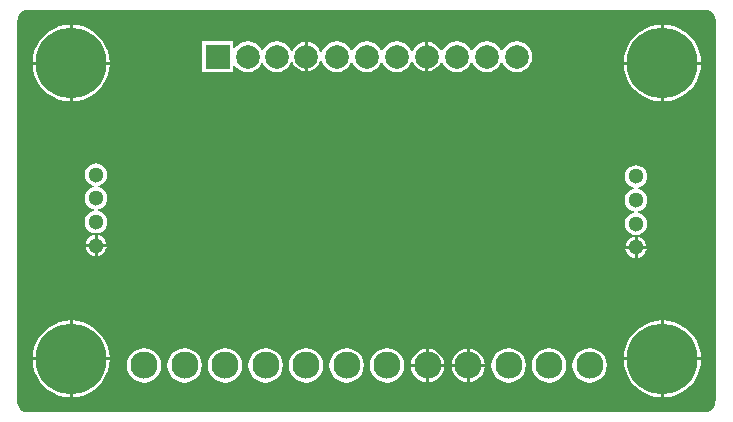
<source format=gbl>
G04 Layer_Physical_Order=2*
G04 Layer_Color=16711680*
%FSLAX25Y25*%
%MOIN*%
G70*
G01*
G75*
%ADD14C,0.02362*%
%ADD15C,0.09055*%
%ADD16C,0.23622*%
%ADD17C,0.07874*%
%ADD18R,0.07874X0.07874*%
%ADD19C,0.05118*%
%ADD20C,0.03543*%
G36*
X231532Y135954D02*
X232016Y135890D01*
X232826Y135555D01*
X233521Y135021D01*
X234055Y134326D01*
X234390Y133517D01*
X234489Y132766D01*
Y5894D01*
X234457Y5535D01*
X234444Y5468D01*
X234447Y5416D01*
X234409Y4936D01*
X234345Y4451D01*
X234010Y3641D01*
X233476Y2946D01*
X232781Y2413D01*
X231972Y2077D01*
X231468Y2011D01*
X5029D01*
X4279Y2110D01*
X3469Y2445D01*
X2774Y2979D01*
X2241Y3674D01*
X1905Y4484D01*
X1806Y5234D01*
Y132056D01*
X1806Y132500D01*
X1804Y132552D01*
X1841Y133032D01*
X1905Y133516D01*
X2241Y134326D01*
X2774Y135021D01*
X3469Y135555D01*
X4279Y135890D01*
X5030Y135989D01*
X230556Y135989D01*
X231000Y135989D01*
X231052Y135992D01*
X231532Y135954D01*
D02*
G37*
%LPC*%
G36*
X88205Y125634D02*
X86869Y125458D01*
X85624Y124943D01*
X84555Y124122D01*
X83735Y123053D01*
X83613Y122759D01*
X83113D01*
X82991Y123053D01*
X82171Y124122D01*
X81101Y124943D01*
X79856Y125458D01*
X78520Y125634D01*
X77184Y125458D01*
X75939Y124943D01*
X74870Y124122D01*
X74138Y123169D01*
X73638Y123303D01*
Y125590D01*
X63402D01*
Y115354D01*
X73638D01*
Y117641D01*
X74138Y117775D01*
X74870Y116822D01*
X75939Y116001D01*
X77184Y115486D01*
X78520Y115310D01*
X79856Y115486D01*
X81101Y116001D01*
X82171Y116822D01*
X82991Y117891D01*
X83113Y118185D01*
X83613D01*
X83735Y117891D01*
X84555Y116822D01*
X85624Y116001D01*
X86869Y115486D01*
X88205Y115310D01*
X89541Y115486D01*
X90786Y116001D01*
X91856Y116822D01*
X92676Y117891D01*
X92954Y118562D01*
X93495D01*
X93735Y117982D01*
X94527Y116951D01*
X95558Y116159D01*
X96759Y115662D01*
X97548Y115558D01*
Y120472D01*
Y125386D01*
X96759Y125282D01*
X95558Y124785D01*
X94527Y123993D01*
X93735Y122962D01*
X93495Y122382D01*
X92954D01*
X92676Y123053D01*
X91856Y124122D01*
X90786Y124943D01*
X89541Y125458D01*
X88205Y125634D01*
D02*
G37*
G36*
X168205D02*
X166869Y125458D01*
X165624Y124943D01*
X164555Y124122D01*
X163735Y123053D01*
X163476Y122429D01*
X162935D01*
X162676Y123053D01*
X161856Y124122D01*
X160786Y124943D01*
X159541Y125458D01*
X158205Y125634D01*
X156869Y125458D01*
X155624Y124943D01*
X154555Y124122D01*
X153735Y123053D01*
X153476Y122429D01*
X152935D01*
X152676Y123053D01*
X151856Y124122D01*
X150786Y124943D01*
X149541Y125458D01*
X148205Y125634D01*
X146869Y125458D01*
X145624Y124943D01*
X144555Y124122D01*
X143735Y123053D01*
X143378Y122192D01*
X142837D01*
X142518Y122962D01*
X141727Y123993D01*
X140695Y124785D01*
X139494Y125282D01*
X138705Y125386D01*
Y120472D01*
Y115558D01*
X139494Y115662D01*
X140695Y116159D01*
X141727Y116951D01*
X142518Y117982D01*
X142837Y118752D01*
X143378D01*
X143735Y117891D01*
X144555Y116822D01*
X145624Y116001D01*
X146869Y115486D01*
X148205Y115310D01*
X149541Y115486D01*
X150786Y116001D01*
X151856Y116822D01*
X152676Y117891D01*
X152935Y118516D01*
X153476D01*
X153735Y117891D01*
X154555Y116822D01*
X155624Y116001D01*
X156869Y115486D01*
X158205Y115310D01*
X159541Y115486D01*
X160786Y116001D01*
X161856Y116822D01*
X162676Y117891D01*
X162935Y118516D01*
X163476D01*
X163735Y117891D01*
X164555Y116822D01*
X165624Y116001D01*
X166869Y115486D01*
X168205Y115310D01*
X169541Y115486D01*
X170786Y116001D01*
X171856Y116822D01*
X172676Y117891D01*
X173192Y119136D01*
X173368Y120472D01*
X173192Y121808D01*
X172676Y123053D01*
X171856Y124122D01*
X170786Y124943D01*
X169541Y125458D01*
X168205Y125634D01*
D02*
G37*
G36*
X128205D02*
X126869Y125458D01*
X125624Y124943D01*
X124555Y124122D01*
X123735Y123053D01*
X123476Y122429D01*
X122935D01*
X122676Y123053D01*
X121856Y124122D01*
X120786Y124943D01*
X119541Y125458D01*
X118205Y125634D01*
X116869Y125458D01*
X115624Y124943D01*
X114555Y124122D01*
X113735Y123053D01*
X113476Y122429D01*
X112935D01*
X112676Y123053D01*
X111856Y124122D01*
X110786Y124943D01*
X109541Y125458D01*
X108205Y125634D01*
X106869Y125458D01*
X105624Y124943D01*
X104555Y124122D01*
X103735Y123053D01*
X103299Y122002D01*
X102758D01*
X102360Y122962D01*
X101569Y123993D01*
X100538Y124785D01*
X99337Y125282D01*
X98548Y125386D01*
Y120472D01*
Y115558D01*
X99337Y115662D01*
X100538Y116159D01*
X101569Y116951D01*
X102360Y117982D01*
X102758Y118942D01*
X103299D01*
X103735Y117891D01*
X104555Y116822D01*
X105624Y116001D01*
X106869Y115486D01*
X108205Y115310D01*
X109541Y115486D01*
X110786Y116001D01*
X111856Y116822D01*
X112676Y117891D01*
X112935Y118516D01*
X113476D01*
X113735Y117891D01*
X114555Y116822D01*
X115624Y116001D01*
X116869Y115486D01*
X118205Y115310D01*
X119541Y115486D01*
X120786Y116001D01*
X121856Y116822D01*
X122676Y117891D01*
X122935Y118516D01*
X123476D01*
X123735Y117891D01*
X124555Y116822D01*
X125624Y116001D01*
X126869Y115486D01*
X128205Y115310D01*
X129541Y115486D01*
X130787Y116001D01*
X131856Y116822D01*
X132676Y117891D01*
X133033Y118752D01*
X133574D01*
X133893Y117982D01*
X134684Y116951D01*
X135715Y116159D01*
X136916Y115662D01*
X137705Y115558D01*
Y120472D01*
Y125386D01*
X136916Y125282D01*
X135715Y124785D01*
X134684Y123993D01*
X133893Y122962D01*
X133574Y122192D01*
X133033D01*
X132676Y123053D01*
X131856Y124122D01*
X130787Y124943D01*
X129541Y125458D01*
X128205Y125634D01*
D02*
G37*
G36*
X217315Y131126D02*
Y118815D01*
X229626D01*
X229507Y120325D01*
X229037Y122286D01*
X228265Y124149D01*
X227211Y125868D01*
X225902Y127402D01*
X224368Y128711D01*
X222649Y129765D01*
X220786Y130537D01*
X218825Y131007D01*
X217315Y131126D01*
D02*
G37*
G36*
X216315D02*
X214805Y131007D01*
X212844Y130537D01*
X210981Y129765D01*
X209261Y128711D01*
X207728Y127402D01*
X206419Y125868D01*
X205365Y124149D01*
X204593Y122286D01*
X204122Y120325D01*
X204004Y118815D01*
X216315D01*
Y131126D01*
D02*
G37*
G36*
X20185D02*
Y118815D01*
X32496D01*
X32377Y120325D01*
X31907Y122286D01*
X31135Y124149D01*
X30081Y125868D01*
X28772Y127402D01*
X27239Y128711D01*
X25519Y129765D01*
X23656Y130537D01*
X21695Y131007D01*
X20185Y131126D01*
D02*
G37*
G36*
X19185D02*
X17675Y131007D01*
X15714Y130537D01*
X13851Y129765D01*
X12132Y128711D01*
X10598Y127402D01*
X9289Y125868D01*
X8235Y124149D01*
X7463Y122286D01*
X6993Y120325D01*
X6874Y118815D01*
X19185D01*
Y131126D01*
D02*
G37*
G36*
X229626Y117815D02*
X217315D01*
Y105504D01*
X218825Y105622D01*
X220786Y106093D01*
X222649Y106865D01*
X224368Y107919D01*
X225902Y109228D01*
X227211Y110762D01*
X228265Y112481D01*
X229037Y114344D01*
X229507Y116305D01*
X229626Y117815D01*
D02*
G37*
G36*
X216315D02*
X204004D01*
X204122Y116305D01*
X204593Y114344D01*
X205365Y112481D01*
X206419Y110762D01*
X207728Y109228D01*
X209261Y107919D01*
X210981Y106865D01*
X212844Y106093D01*
X214805Y105622D01*
X216315Y105504D01*
Y117815D01*
D02*
G37*
G36*
X32496D02*
X20185D01*
Y105504D01*
X21695Y105622D01*
X23656Y106093D01*
X25519Y106865D01*
X27239Y107919D01*
X28772Y109228D01*
X30081Y110762D01*
X31135Y112481D01*
X31907Y114344D01*
X32377Y116305D01*
X32496Y117815D01*
D02*
G37*
G36*
X19185D02*
X6874D01*
X6993Y116305D01*
X7463Y114344D01*
X8235Y112481D01*
X9289Y110762D01*
X10598Y109228D01*
X12132Y107919D01*
X13851Y106865D01*
X15714Y106093D01*
X17675Y105622D01*
X19185Y105504D01*
Y117815D01*
D02*
G37*
G36*
X28009Y84885D02*
X27033Y84757D01*
X26123Y84380D01*
X25342Y83780D01*
X24742Y82999D01*
X24365Y82089D01*
X24237Y81113D01*
X24365Y80137D01*
X24742Y79227D01*
X25342Y78445D01*
X26123Y77846D01*
X27033Y77469D01*
X27344Y77428D01*
Y76924D01*
X27033Y76883D01*
X26123Y76506D01*
X25342Y75906D01*
X24742Y75125D01*
X24365Y74215D01*
X24237Y73239D01*
X24365Y72263D01*
X24742Y71353D01*
X25342Y70571D01*
X26123Y69972D01*
X27033Y69595D01*
X27344Y69554D01*
Y69050D01*
X27033Y69009D01*
X26123Y68632D01*
X25342Y68032D01*
X24742Y67251D01*
X24365Y66341D01*
X24237Y65365D01*
X24365Y64388D01*
X24742Y63479D01*
X25342Y62697D01*
X26123Y62098D01*
X27033Y61721D01*
X28009Y61592D01*
X28986Y61721D01*
X29895Y62098D01*
X30677Y62697D01*
X31276Y63479D01*
X31653Y64388D01*
X31782Y65365D01*
X31653Y66341D01*
X31276Y67251D01*
X30677Y68032D01*
X29895Y68632D01*
X28986Y69009D01*
X28674Y69050D01*
Y69554D01*
X28986Y69595D01*
X29895Y69972D01*
X30677Y70571D01*
X31276Y71353D01*
X31653Y72263D01*
X31782Y73239D01*
X31653Y74215D01*
X31276Y75125D01*
X30677Y75906D01*
X29895Y76506D01*
X28986Y76883D01*
X28674Y76924D01*
Y77428D01*
X28986Y77469D01*
X29895Y77846D01*
X30677Y78445D01*
X31276Y79227D01*
X31653Y80137D01*
X31782Y81113D01*
X31653Y82089D01*
X31276Y82999D01*
X30677Y83780D01*
X29895Y84380D01*
X28986Y84757D01*
X28009Y84885D01*
D02*
G37*
G36*
X207991Y84282D02*
X207014Y84153D01*
X206105Y83776D01*
X205323Y83177D01*
X204724Y82395D01*
X204347Y81486D01*
X204218Y80509D01*
X204347Y79533D01*
X204724Y78623D01*
X205323Y77842D01*
X206105Y77242D01*
X207014Y76865D01*
X207326Y76824D01*
Y76320D01*
X207014Y76279D01*
X206105Y75902D01*
X205323Y75303D01*
X204724Y74521D01*
X204347Y73612D01*
X204218Y72635D01*
X204347Y71659D01*
X204724Y70749D01*
X205323Y69968D01*
X206105Y69368D01*
X207014Y68991D01*
X207326Y68950D01*
Y68446D01*
X207014Y68405D01*
X206105Y68028D01*
X205323Y67429D01*
X204724Y66647D01*
X204347Y65737D01*
X204218Y64761D01*
X204347Y63785D01*
X204724Y62875D01*
X205323Y62094D01*
X206105Y61494D01*
X207014Y61117D01*
X207991Y60989D01*
X208967Y61117D01*
X209877Y61494D01*
X210658Y62094D01*
X211258Y62875D01*
X211635Y63785D01*
X211763Y64761D01*
X211635Y65737D01*
X211258Y66647D01*
X210658Y67429D01*
X209877Y68028D01*
X208967Y68405D01*
X208656Y68446D01*
Y68950D01*
X208967Y68991D01*
X209877Y69368D01*
X210658Y69968D01*
X211258Y70749D01*
X211635Y71659D01*
X211763Y72635D01*
X211635Y73612D01*
X211258Y74521D01*
X210658Y75303D01*
X209877Y75902D01*
X208967Y76279D01*
X208656Y76320D01*
Y76824D01*
X208967Y76865D01*
X209877Y77242D01*
X210658Y77842D01*
X211258Y78623D01*
X211635Y79533D01*
X211763Y80509D01*
X211635Y81486D01*
X211258Y82395D01*
X210658Y83177D01*
X209877Y83776D01*
X208967Y84153D01*
X207991Y84282D01*
D02*
G37*
G36*
X28509Y61015D02*
Y57991D01*
X31533D01*
X31477Y58420D01*
X31118Y59286D01*
X30548Y60029D01*
X29804Y60600D01*
X28938Y60958D01*
X28509Y61015D01*
D02*
G37*
G36*
X27509D02*
X27080Y60958D01*
X26214Y60600D01*
X25471Y60029D01*
X24900Y59286D01*
X24542Y58420D01*
X24485Y57991D01*
X27509D01*
Y61015D01*
D02*
G37*
G36*
X208491Y60411D02*
Y57387D01*
X211515D01*
X211458Y57816D01*
X211100Y58682D01*
X210529Y59425D01*
X209786Y59996D01*
X208920Y60355D01*
X208491Y60411D01*
D02*
G37*
G36*
X207491D02*
X207062Y60355D01*
X206196Y59996D01*
X205452Y59425D01*
X204882Y58682D01*
X204523Y57816D01*
X204467Y57387D01*
X207491D01*
Y60411D01*
D02*
G37*
G36*
X31533Y56991D02*
X28509D01*
Y53967D01*
X28938Y54023D01*
X29804Y54382D01*
X30548Y54952D01*
X31118Y55696D01*
X31477Y56562D01*
X31533Y56991D01*
D02*
G37*
G36*
X27509D02*
X24485D01*
X24542Y56562D01*
X24900Y55696D01*
X25471Y54952D01*
X26214Y54382D01*
X27080Y54023D01*
X27509Y53967D01*
Y56991D01*
D02*
G37*
G36*
X211515Y56387D02*
X208491D01*
Y53363D01*
X208920Y53420D01*
X209786Y53778D01*
X210529Y54349D01*
X211100Y55092D01*
X211458Y55958D01*
X211515Y56387D01*
D02*
G37*
G36*
X207491D02*
X204467D01*
X204523Y55958D01*
X204882Y55092D01*
X205452Y54349D01*
X206196Y53778D01*
X207062Y53420D01*
X207491Y53363D01*
Y56387D01*
D02*
G37*
G36*
X217315Y32496D02*
Y20185D01*
X229626D01*
X229507Y21695D01*
X229037Y23656D01*
X228265Y25519D01*
X227211Y27239D01*
X225902Y28772D01*
X224368Y30081D01*
X222649Y31135D01*
X220786Y31907D01*
X218825Y32377D01*
X217315Y32496D01*
D02*
G37*
G36*
X216315D02*
X214805Y32377D01*
X212844Y31907D01*
X210981Y31135D01*
X209261Y30081D01*
X207728Y28772D01*
X206419Y27239D01*
X205365Y25519D01*
X204593Y23656D01*
X204122Y21695D01*
X204004Y20185D01*
X216315D01*
Y32496D01*
D02*
G37*
G36*
X20185D02*
Y20185D01*
X32496D01*
X32377Y21695D01*
X31907Y23656D01*
X31135Y25519D01*
X30081Y27239D01*
X28772Y28772D01*
X27239Y30081D01*
X25519Y31135D01*
X23656Y31907D01*
X21695Y32377D01*
X20185Y32496D01*
D02*
G37*
G36*
X19185D02*
X17675Y32377D01*
X15714Y31907D01*
X13851Y31135D01*
X12132Y30081D01*
X10598Y28772D01*
X9289Y27239D01*
X8235Y25519D01*
X7463Y23656D01*
X6993Y21695D01*
X6874Y20185D01*
X19185D01*
Y32496D01*
D02*
G37*
G36*
X152500Y23009D02*
Y18000D01*
X157509D01*
X157385Y18943D01*
X156828Y20288D01*
X155942Y21442D01*
X154788Y22328D01*
X153443Y22885D01*
X152500Y23009D01*
D02*
G37*
G36*
X151500D02*
X150557Y22885D01*
X149212Y22328D01*
X148058Y21442D01*
X147172Y20288D01*
X146615Y18943D01*
X146491Y18000D01*
X151500D01*
Y23009D01*
D02*
G37*
G36*
X139000D02*
Y18000D01*
X144009D01*
X143885Y18943D01*
X143328Y20288D01*
X142442Y21442D01*
X141288Y22328D01*
X139943Y22885D01*
X139000Y23009D01*
D02*
G37*
G36*
X138000D02*
X137057Y22885D01*
X135712Y22328D01*
X134558Y21442D01*
X133672Y20288D01*
X133115Y18943D01*
X132991Y18000D01*
X138000D01*
Y23009D01*
D02*
G37*
G36*
X157509Y17000D02*
X152500D01*
Y11991D01*
X153443Y12115D01*
X154788Y12672D01*
X155942Y13558D01*
X156828Y14712D01*
X157385Y16057D01*
X157509Y17000D01*
D02*
G37*
G36*
X151500D02*
X146491D01*
X146615Y16057D01*
X147172Y14712D01*
X148058Y13558D01*
X149212Y12672D01*
X150557Y12115D01*
X151500Y11991D01*
Y17000D01*
D02*
G37*
G36*
X144009D02*
X139000D01*
Y11991D01*
X139943Y12115D01*
X141288Y12672D01*
X142442Y13558D01*
X143328Y14712D01*
X143885Y16057D01*
X144009Y17000D01*
D02*
G37*
G36*
X138000D02*
X132991D01*
X133115Y16057D01*
X133672Y14712D01*
X134558Y13558D01*
X135712Y12672D01*
X137057Y12115D01*
X138000Y11991D01*
Y17000D01*
D02*
G37*
G36*
X192500Y23258D02*
X191010Y23062D01*
X189621Y22487D01*
X188428Y21572D01*
X187513Y20379D01*
X186938Y18990D01*
X186742Y17500D01*
X186938Y16010D01*
X187513Y14621D01*
X188428Y13429D01*
X189621Y12514D01*
X191010Y11938D01*
X192500Y11742D01*
X193990Y11938D01*
X195379Y12514D01*
X196572Y13429D01*
X197486Y14621D01*
X198062Y16010D01*
X198258Y17500D01*
X198062Y18990D01*
X197486Y20379D01*
X196572Y21572D01*
X195379Y22487D01*
X193990Y23062D01*
X192500Y23258D01*
D02*
G37*
G36*
X179000D02*
X177510Y23062D01*
X176121Y22487D01*
X174928Y21572D01*
X174013Y20379D01*
X173438Y18990D01*
X173242Y17500D01*
X173438Y16010D01*
X174013Y14621D01*
X174928Y13429D01*
X176121Y12514D01*
X177510Y11938D01*
X179000Y11742D01*
X180490Y11938D01*
X181879Y12514D01*
X183071Y13429D01*
X183986Y14621D01*
X184562Y16010D01*
X184758Y17500D01*
X184562Y18990D01*
X183986Y20379D01*
X183071Y21572D01*
X181879Y22487D01*
X180490Y23062D01*
X179000Y23258D01*
D02*
G37*
G36*
X165500D02*
X164010Y23062D01*
X162621Y22487D01*
X161428Y21572D01*
X160513Y20379D01*
X159938Y18990D01*
X159742Y17500D01*
X159938Y16010D01*
X160513Y14621D01*
X161428Y13429D01*
X162621Y12514D01*
X164010Y11938D01*
X165500Y11742D01*
X166990Y11938D01*
X168379Y12514D01*
X169571Y13429D01*
X170486Y14621D01*
X171062Y16010D01*
X171258Y17500D01*
X171062Y18990D01*
X170486Y20379D01*
X169571Y21572D01*
X168379Y22487D01*
X166990Y23062D01*
X165500Y23258D01*
D02*
G37*
G36*
X125000D02*
X123510Y23062D01*
X122121Y22487D01*
X120929Y21572D01*
X120013Y20379D01*
X119438Y18990D01*
X119242Y17500D01*
X119438Y16010D01*
X120013Y14621D01*
X120929Y13429D01*
X122121Y12514D01*
X123510Y11938D01*
X125000Y11742D01*
X126490Y11938D01*
X127879Y12514D01*
X129071Y13429D01*
X129987Y14621D01*
X130562Y16010D01*
X130758Y17500D01*
X130562Y18990D01*
X129987Y20379D01*
X129071Y21572D01*
X127879Y22487D01*
X126490Y23062D01*
X125000Y23258D01*
D02*
G37*
G36*
X111500D02*
X110010Y23062D01*
X108621Y22487D01*
X107429Y21572D01*
X106514Y20379D01*
X105938Y18990D01*
X105742Y17500D01*
X105938Y16010D01*
X106514Y14621D01*
X107429Y13429D01*
X108621Y12514D01*
X110010Y11938D01*
X111500Y11742D01*
X112990Y11938D01*
X114379Y12514D01*
X115571Y13429D01*
X116487Y14621D01*
X117062Y16010D01*
X117258Y17500D01*
X117062Y18990D01*
X116487Y20379D01*
X115571Y21572D01*
X114379Y22487D01*
X112990Y23062D01*
X111500Y23258D01*
D02*
G37*
G36*
X98000D02*
X96510Y23062D01*
X95121Y22487D01*
X93928Y21572D01*
X93014Y20379D01*
X92438Y18990D01*
X92242Y17500D01*
X92438Y16010D01*
X93014Y14621D01*
X93928Y13429D01*
X95121Y12514D01*
X96510Y11938D01*
X98000Y11742D01*
X99490Y11938D01*
X100879Y12514D01*
X102071Y13429D01*
X102987Y14621D01*
X103562Y16010D01*
X103758Y17500D01*
X103562Y18990D01*
X102987Y20379D01*
X102071Y21572D01*
X100879Y22487D01*
X99490Y23062D01*
X98000Y23258D01*
D02*
G37*
G36*
X84500D02*
X83010Y23062D01*
X81621Y22487D01*
X80428Y21572D01*
X79514Y20379D01*
X78938Y18990D01*
X78742Y17500D01*
X78938Y16010D01*
X79514Y14621D01*
X80428Y13429D01*
X81621Y12514D01*
X83010Y11938D01*
X84500Y11742D01*
X85990Y11938D01*
X87379Y12514D01*
X88572Y13429D01*
X89486Y14621D01*
X90062Y16010D01*
X90258Y17500D01*
X90062Y18990D01*
X89486Y20379D01*
X88572Y21572D01*
X87379Y22487D01*
X85990Y23062D01*
X84500Y23258D01*
D02*
G37*
G36*
X71000D02*
X69510Y23062D01*
X68121Y22487D01*
X66928Y21572D01*
X66013Y20379D01*
X65438Y18990D01*
X65242Y17500D01*
X65438Y16010D01*
X66013Y14621D01*
X66928Y13429D01*
X68121Y12514D01*
X69510Y11938D01*
X71000Y11742D01*
X72490Y11938D01*
X73879Y12514D01*
X75072Y13429D01*
X75986Y14621D01*
X76562Y16010D01*
X76758Y17500D01*
X76562Y18990D01*
X75986Y20379D01*
X75072Y21572D01*
X73879Y22487D01*
X72490Y23062D01*
X71000Y23258D01*
D02*
G37*
G36*
X57500D02*
X56010Y23062D01*
X54621Y22487D01*
X53429Y21572D01*
X52513Y20379D01*
X51938Y18990D01*
X51742Y17500D01*
X51938Y16010D01*
X52513Y14621D01*
X53429Y13429D01*
X54621Y12514D01*
X56010Y11938D01*
X57500Y11742D01*
X58990Y11938D01*
X60379Y12514D01*
X61572Y13429D01*
X62486Y14621D01*
X63062Y16010D01*
X63258Y17500D01*
X63062Y18990D01*
X62486Y20379D01*
X61572Y21572D01*
X60379Y22487D01*
X58990Y23062D01*
X57500Y23258D01*
D02*
G37*
G36*
X44000D02*
X42510Y23062D01*
X41121Y22487D01*
X39928Y21572D01*
X39013Y20379D01*
X38438Y18990D01*
X38242Y17500D01*
X38438Y16010D01*
X39013Y14621D01*
X39928Y13429D01*
X41121Y12514D01*
X42510Y11938D01*
X44000Y11742D01*
X45490Y11938D01*
X46879Y12514D01*
X48072Y13429D01*
X48987Y14621D01*
X49562Y16010D01*
X49758Y17500D01*
X49562Y18990D01*
X48987Y20379D01*
X48072Y21572D01*
X46879Y22487D01*
X45490Y23062D01*
X44000Y23258D01*
D02*
G37*
G36*
X229626Y19185D02*
X217315D01*
Y6874D01*
X218825Y6993D01*
X220786Y7463D01*
X222649Y8235D01*
X224368Y9289D01*
X225902Y10598D01*
X227211Y12132D01*
X228265Y13851D01*
X229037Y15714D01*
X229507Y17675D01*
X229626Y19185D01*
D02*
G37*
G36*
X216315D02*
X204004D01*
X204122Y17675D01*
X204593Y15714D01*
X205365Y13851D01*
X206419Y12132D01*
X207728Y10598D01*
X209261Y9289D01*
X210981Y8235D01*
X212844Y7463D01*
X214805Y6993D01*
X216315Y6874D01*
Y19185D01*
D02*
G37*
G36*
X32496D02*
X20185D01*
Y6874D01*
X21695Y6993D01*
X23656Y7463D01*
X25519Y8235D01*
X27239Y9289D01*
X28772Y10598D01*
X30081Y12132D01*
X31135Y13851D01*
X31907Y15714D01*
X32377Y17675D01*
X32496Y19185D01*
D02*
G37*
G36*
X19185D02*
X6874D01*
X6993Y17675D01*
X7463Y15714D01*
X8235Y13851D01*
X9289Y12132D01*
X10598Y10598D01*
X12132Y9289D01*
X13851Y8235D01*
X15714Y7463D01*
X17675Y6993D01*
X19185Y6874D01*
Y19185D01*
D02*
G37*
%LPD*%
D14*
X216803Y10551D02*
D03*
X223242Y13283D02*
D03*
X225954Y19651D02*
D03*
X223242Y26294D02*
D03*
X216800Y28830D02*
D03*
X210257Y26141D02*
D03*
X207620Y19750D02*
D03*
X210105Y13232D02*
D03*
X19673Y10551D02*
D03*
X26112Y13283D02*
D03*
X28824Y19651D02*
D03*
X26112Y26294D02*
D03*
X19671Y28830D02*
D03*
X13127Y26141D02*
D03*
X10490Y19750D02*
D03*
X12975Y13232D02*
D03*
Y111862D02*
D03*
X10490Y118380D02*
D03*
X13127Y124771D02*
D03*
X19671Y127460D02*
D03*
X26112Y124923D02*
D03*
X28824Y118281D02*
D03*
X26112Y111913D02*
D03*
X19673Y109180D02*
D03*
X216803D02*
D03*
X223242Y111913D02*
D03*
X225954Y118281D02*
D03*
X223242Y124923D02*
D03*
X216800Y127460D02*
D03*
X210257Y124771D02*
D03*
X207620Y118380D02*
D03*
X210105Y111862D02*
D03*
D15*
X192500Y17500D02*
D03*
X179000D02*
D03*
X165500D02*
D03*
X152000D02*
D03*
X138500D02*
D03*
X125000D02*
D03*
X111500D02*
D03*
X98000D02*
D03*
X84500D02*
D03*
X71000D02*
D03*
X57500D02*
D03*
X44000D02*
D03*
D16*
X216815Y19685D02*
D03*
X19685D02*
D03*
Y118315D02*
D03*
X216815D02*
D03*
D17*
X168205Y120472D02*
D03*
X118205D02*
D03*
X108205D02*
D03*
X98048D02*
D03*
X88205D02*
D03*
X78520D02*
D03*
X128205D02*
D03*
X138205D02*
D03*
X148205D02*
D03*
X158205D02*
D03*
D18*
X68520D02*
D03*
D19*
X207991Y72635D02*
D03*
Y80509D02*
D03*
Y64761D02*
D03*
Y56887D02*
D03*
X28009Y65365D02*
D03*
Y57491D02*
D03*
Y73239D02*
D03*
Y81113D02*
D03*
D20*
X95000Y57500D02*
D03*
X147000D02*
D03*
M02*

</source>
